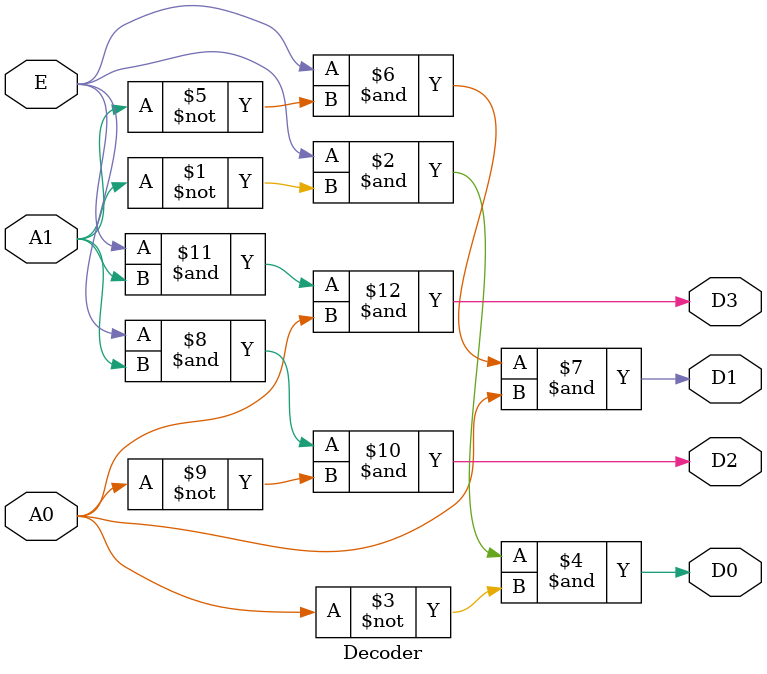
<source format=v>
module Decoder (
  input A0, 
  input A1, 
  input E,
  output D0, 
  output D1, 
  output D2, 
  output D3
);

  assign D0 = E & ~A1 & ~A0;  // 00
  assign D1 = E & ~A1 & A0;   // 01
  assign D2 = E & A1 & ~A0;   // 10
  assign D3 = E & A1 & A0;    // 11

endmodule


</source>
